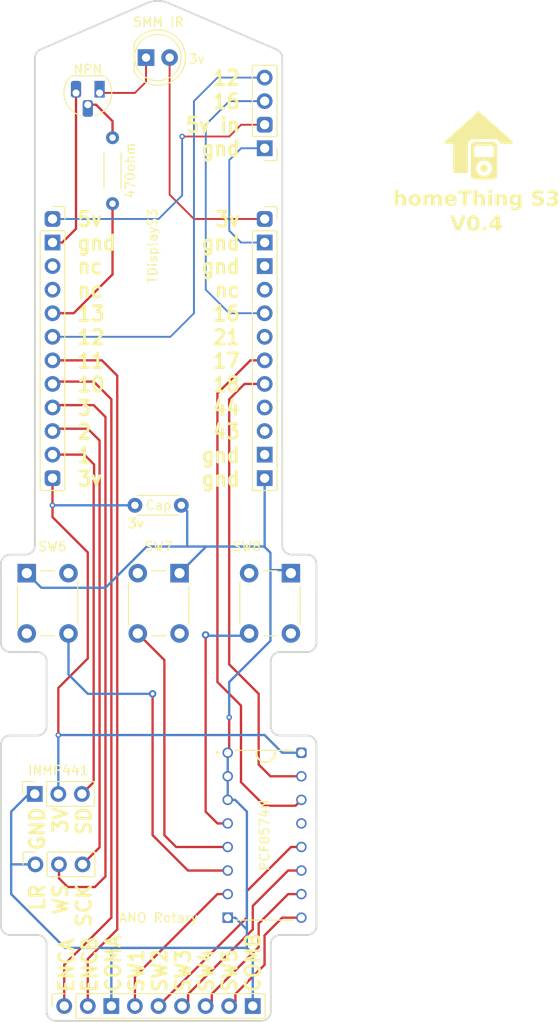
<source format=kicad_pcb>
(kicad_pcb (version 20221018) (generator pcbnew)
  (layers (0 "F.Cu" signal) (31 "B.Cu" signal) (34 "B.Paste" user) (35 "F.Paste" user) (36 "B.SilkS" user "B.Silkscreen") (37 "F.SilkS" user "F.Silkscreen") (38 "B.Mask" user) (39 "F.Mask" user) (44 "Edge.Cuts" user))
  (net 0 "")
  (net 1 "enca")
  (net 2 "ground")
  (net 3 "sw1")
  (net 4 "sw2")
  (net 5 "sw3")
  (net 6 "sw4")
  (net 7 "sw5")
  (net 8 "sw6")
  (net 9 "sw7")
  (net 10 "sw8")
  (net 11 "encb")
  (net 12 "3v")
  (net 13 "ground2")
  (net 14 "ws")
  (net 15 "sck")
  (net 16 "sd")
  (net 17 "irled")
  (net 18 "SDA")
  (net 19 "SCL")
  (net 20 "5v")
  (net 21 "3v2")
  (net 22 "ground3")
  (net 23 "16")
  (net 24 "12")
  (footprint "Resistor_THT:R_Axial_DIN0204_L3.6mm_D1.6mm_P5.08mm_Horizontal" (layer "F.Cu") (at 204.586244 63.375109 90)
    (fp_text reference "470ohm")
    (fp_text value "R_Axial_DIN0204_L3.6mm_D1.6mm_P5.08mm_Horizontal" hide)
  )
  (footprint "Connector_PinSocket_2.54mm:PinSocket_1x03_P2.54mm_Vertical" (layer "F.Cu") (at 196.271244 135.608109 90)
    (fp_text reference "INMP441 2" hide)
    (fp_text value "PinSocket_1x03_P2.54mm_Vertical" hide)
  )
  (footprint "Connector_PinSocket_2.54mm:PinSocket_1x09_P2.54mm_Vertical" (layer "F.Cu") (at 199.379244 150.878109 90)
    (fp_text reference "ANO Rotary")
    (fp_text value "PinSocket_1x09_P2.54mm_Vertical" hide)
  )
  (footprint "Button_Switch_THT:SW_PUSH_6mm_H9.5mm" (layer "F.Cu") (at 195.340264 110.718113 90)
    (fp_text reference "SW6")
    (fp_text value "SW_PUSH_6mm_H9.5mm" hide)
  )
  (footprint "Package_TO_SOT_THT:TO-92L_HandSolder" (layer "F.Cu") (at 203.189244 52.453109 180)
    (fp_text reference "NPN")
    (fp_text value "TO-92L_HandSolder" hide)
  )
  (footprint "PCF8574N:DIP794W45P254L1969H508Q16" (layer "F.Cu") (at 220.969244 132.463109)
    (fp_text reference "PCF8574N")
    (fp_text value "DIP794W45P254L1969H508Q16" hide)
  )
  (footprint "Button_Switch_THT:SW_PUSH_6mm_H9.5mm" (layer "F.Cu") (at 219.30868 110.719116 90)
    (fp_text reference "SW8")
    (fp_text value "SW_PUSH_6mm_H9.5mm" hide)
  )
  (footprint "Capacitor_THT:C_Disc_D4.3mm_W1.9mm_P5.00mm" (layer "F.Cu") (at 206.999244 96.903109)
    (fp_text reference "Cap")
    (fp_text value "C_Disc_D4.3mm_W1.9mm_P5.00mm" hide)
  )
  (footprint "LED_THT:LED_D5.0mm_Clear" (layer "F.Cu") (at 208.19731 48.643109)
    (fp_text reference "5MM IR")
    (fp_text value "LED_D5.0mm_Clear" hide)
  )
  (footprint "Button_Switch_THT:SW_PUSH_6mm_H9.5mm" (layer "F.Cu") (at 207.30868 110.718634 90)
    (fp_text reference "SW7")
    (fp_text value "SW_PUSH_6mm_H9.5mm" hide)
  )
  (footprint "Connector_PinSocket_2.54mm:PinSocket_1x12_P2.54mm_Vertical" (layer "F.Cu") (at 198.12 66.04)
    (fp_text reference "TDisplayS3")
    (fp_text value "PinSocket_1x12_P2.54mm_Vertical" hide)
  )
  (footprint "Connector_PinHeader_2.54mm:PinHeader_1x04_P2.54mm_Vertical" (layer "F.Cu") (at 220.98 58.42 180)
    (fp_text reference "REF**" hide)
    (fp_text value "PinHeader_1x04_P2.54mm_Vertical" hide)
  )
  (footprint "Connector_PinSocket_2.54mm:PinSocket_1x12_P2.54mm_Vertical" (layer "F.Cu") (at 220.98 66.040518)
    (fp_text reference "REF**" hide)
    (fp_text value "PinSocket_1x12_P2.54mm_Vertical" hide)
  )
  (footprint "Connector_PinSocket_2.54mm:PinSocket_1x03_P2.54mm_Vertical" (layer "F.Cu") (at 196.204244 128.018109 90)
    (fp_text reference "INMP441")
    (fp_text value "PinSocket_1x03_P2.54mm_Vertical" hide)
  )
  (gr_poly (pts (xy 244.053609 54.423226) (xy 244.059593 54.423621) (xy 244.065558 54.424284) (xy 244.071494 54.425216) (xy 244.077392 54.426416) (xy 244.083242 54.427885) (xy 244.089034 54.429621) (xy 244.094759 54.431626) (xy 244.100407 54.433899) (xy 244.105968 54.436441) (xy 244.111433 54.439251) (xy 244.116792 54.442329) (xy 244.122035 54.445676) (xy 244.127153 54.449291) (xy 244.132136 54.453175) (xy 244.136974 54.457326) (xy 247.740656 57.700389) (xy 247.740655 57.700398) (xy 247.748739 57.708259) (xy 247.755967 57.716483) (xy 247.762354 57.725031) (xy 247.767917 57.733862) (xy 247.772671 57.742936) (xy 247.77663 57.752213) (xy 247.779811 57.761653) (xy 247.782229 57.771215) (xy 247.783899 57.78086) (xy 247.784837 57.790546) (xy 247.785058 57.800234) (xy 247.784578 57.809884) (xy 247.783411 57.819456) (xy 247.781575 57.828908) (xy 247.779083 57.838201) (xy 247.775951 57.847295) (xy 247.772196 57.85615) (xy 247.767831 57.864725) (xy 247.762873 57.872979) (xy 247.757337 57.880874) (xy 247.751239 57.888368) (xy 247.744594 57.895422) (xy 247.737417 57.901994) (xy 247.729724 57.908046) (xy 247.72153 57.913536) (xy 247.712851 57.918425) (xy 247.703702 57.922672) (xy 247.694099 57.926237) (xy 247.684057 57.929079) (xy 247.673591 57.93116) (xy 247.662717 57.932437) (xy 247.65145 57.932872) (xy 246.640471 57.932872) (xy 246.640412 57.932623) (xy 246.640343 57.932337) (xy 246.640249 57.931965) (xy 246.423972 57.931965) (xy 246.419074 57.931875) (xy 246.41421 57.931607) (xy 246.409384 57.931164) (xy 246.404599 57.930548) (xy 246.399859 57.929763) (xy 246.395167 57.928809) (xy 246.390528 57.92769) (xy 246.385946 57.926409) (xy 246.381423 57.924968) (xy 246.376964 57.923369) (xy 246.372572 57.921616) (xy 246.368251 57.91971) (xy 246.364005 57.917654) (xy 246.359838 57.915451) (xy 246.355753 57.913103) (xy 246.351753 57.910614) (xy 246.347843 57.907984) (xy 246.344026 57.905218) (xy 246.340307 57.902317) (xy 246.336688 57.899284) (xy 246.333173 57.896122) (xy 246.329767 57.892833) (xy 246.326472 57.88942) (xy 246.323293 57.885885) (xy 246.320234 57.88223) (xy 246.317297 57.87846) (xy 246.314487 57.874575) (xy 246.311807 57.870578) (xy 246.309262 57.866473) (xy 246.306854 57.862261) (xy 246.304588 57.857946) (xy 246.302467 57.853529) (xy 246.286791 57.82083) (xy 246.268863 57.786671) (xy 246.248596 57.751544) (xy 246.225901 57.715942) (xy 246.200689 57.680358) (xy 246.172873 57.645283) (xy 246.142364 57.611211) (xy 246.109074 57.578635) (xy 246.072914 57.548046) (xy 246.05373 57.53365) (xy 246.033796 57.519937) (xy 246.0131 57.506967) (xy 245.991632 57.494801) (xy 245.96938 57.483502) (xy 245.946333 57.473131) (xy 245.92248 57.46375) (xy 245.897811 57.455419) (xy 245.872314 57.448201) (xy 245.845978 57.442158) (xy 245.818792 57.43735) (xy 245.790746 57.43384) (xy 245.761827 57.431688) (xy 245.732025 57.430958) (xy 243.555828 57.430958) (xy 243.512524 57.432019) (xy 243.47072 57.435163) (xy 243.430407 57.440332) (xy 243.391578 57.447468) (xy 243.354225 57.456512) (xy 243.318338 57.467406) (xy 243.28391 57.480091) (xy 243.250933 57.494509) (xy 243.219398 57.510602) (xy 243.189298 57.528311) (xy 243.160624 57.547578) (xy 243.133367 57.568344) (xy 243.10752 57.590551) (xy 243.083074 57.614142) (xy 243.060022 57.639056) (xy 243.038355 57.665237) (xy 243.018064 57.692625) (xy 242.999142 57.721163) (xy 242.98158 57.750791) (xy 242.965371 57.781452) (xy 242.950505 57.813087) (xy 242.936975 57.845637) (xy 242.91389 57.913252) (xy 242.896048 57.98383) (xy 242.883386 58.056902) (xy 242.875837 58.132004) (xy 242.873335 58.208666) (xy 242.889143 60.957324) (xy 242.889013 60.964186) (xy 242.888542 60.970961) (xy 242.887737 60.977639) (xy 242.886606 60.984212) (xy 242.885159 60.990673) (xy 242.883402 60.997011) (xy 242.881346 61.00322) (xy 242.878997 61.00929) (xy 242.876365 61.015213) (xy 242.873457 61.020981) (xy 242.870282 61.026585) (xy 242.866849 61.032016) (xy 242.863165 61.037267) (xy 242.859239 61.04233) (xy 242.855079 61.047194) (xy 242.850693 61.051853) (xy 242.846091 61.056297) (xy 242.841279 61.060519) (xy 242.836268 61.064509) (xy 242.831063 61.06826) (xy 242.825676 61.071762) (xy 242.820112 61.075008) (xy 242.814381 61.077989) (xy 242.808492 61.080697) (xy 242.802452 61.083123) (xy 242.796269 61.085259) (xy 242.789953 61.087096) (xy 242.783511 61.088626) (xy 242.776952 61.089841) (xy 242.770284 61.090732) (xy 242.763515 61.09129) (xy 242.756654 61.091507) (xy 242.306607 61.094406) (xy 242.306602 61.094025) (xy 242.306599 61.093606) (xy 242.306598 61.092729) (xy 241.433442 61.09335) (xy 241.426577 61.093181) (xy 241.419801 61.092671) (xy 241.413123 61.091827) (xy 241.406553 61.090658) (xy 241.400097 61.089172) (xy 241.393765 61.087379) (xy 241.387566 61.085285) (xy 241.381506 61.082899) (xy 241.375595 61.080231) (xy 241.369842 61.077287) (xy 241.364253 61.074078) (xy 241.358839 61.07061) (xy 241.353607 61.066893) (xy 241.348566 61.062934) (xy 241.343724 61.058743) (xy 241.339089 61.054327) (xy 241.33467 61.049696) (xy 241.330476 61.044856) (xy 241.326514 61.039818) (xy 241.322793 61.034588) (xy 241.319322 61.029176) (xy 241.316108 61.02359) (xy 241.313161 61.017838) (xy 241.310488 61.011929) (xy 241.308098 61.005871) (xy 241.306 60.999673) (xy 241.304202 60.993342) (xy 241.302711 60.986888) (xy 241.301538 60.980318) (xy 241.300689 60.973641) (xy 241.300173 60.966866) (xy 241.3 60.96) (xy 241.3 58.066212) (xy 241.299826 58.05935) (xy 241.299311 58.052578) (xy 241.298463 58.045904) (xy 241.297291 58.039338) (xy 241.295802 58.032886) (xy 241.294005 58.026558) (xy 241.291908 58.020362) (xy 241.289521 58.014306) (xy 241.28685 58.008399) (xy 241.283905 58.00265) (xy 241.280694 57.997065) (xy 241.277226 57.991655) (xy 241.273508 57.986427) (xy 241.269549 57.981389) (xy 241.265358 57.976551) (xy 241.260943 57.971919) (xy 241.256312 57.967504) (xy 241.251473 57.963313) (xy 241.246436 57.959354) (xy 241.241207 57.955636) (xy 241.235797 57.952168) (xy 241.230213 57.948957) (xy 241.224463 57.946012) (xy 241.218556 57.943342) (xy 241.2125 57.940954) (xy 241.206304 57.938858) (xy 241.199976 57.937061) (xy 241.193525 57.935572) (xy 241.186958 57.934399) (xy 241.180284 57.933551) (xy 241.173512 57.933036) (xy 241.16665 57.932863) (xy 240.460978 57.932863) (xy 240.449725 57.932429) (xy 240.438864 57.931154) (xy 240.428409 57.929077) (xy 240.418377 57.92624) (xy 240.408782 57.922682) (xy 240.39964 57.918443) (xy 240.390966 57.913564) (xy 240.382777 57.908084) (xy 240.375087 57.902043) (xy 240.367911 57.895482) (xy 240.361266 57.88844) (xy 240.355167 57.880959) (xy 240.349628 57.873077) (xy 240.344667 57.864835) (xy 240.340297 57.856272) (xy 240.336534 57.84743) (xy 240.333395 57.838349) (xy 240.330894 57.829067) (xy 240.329046 57.819626) (xy 240.327868 57.810065) (xy 240.327374 57.800425) (xy 240.32758 57.790745) (xy 240.328502 57.781066) (xy 240.330155 57.771428) (xy 240.332554 57.761871) (xy 240.335714 57.752435) (xy 240.339652 57.743159) (xy 240.344383 57.734085) (xy 240.349922 57.725252) (xy 240.356284 57.716701) (xy 240.363485 57.708471) (xy 240.371541 57.700602) (xy 243.958341 54.457539) (xy 243.963169 54.453376) (xy 243.968143 54.449481) (xy 243.973252 54.445853) (xy 243.978487 54.442494) (xy 243.983838 54.439403) (xy 243.989296 54.43658) (xy 243.994851 54.434025) (xy 244.000494 54.431739) (xy 244.006214 54.42972) (xy 244.012002 54.42797) (xy 244.017848 54.426487) (xy 244.023743 54.425273) (xy 244.029677 54.424327) (xy 244.03564 54.42365) (xy 244.041623 54.42324) (xy 244.047616 54.423099)) (fill solid) (layer "F.SilkS"))
  (gr_poly (pts (xy 244.631826 60.16753) (xy 244.641859 60.167918) (xy 244.651863 60.16856) (xy 244.661832 60.169455) (xy 244.671764 60.170599) (xy 244.681653 60.171991) (xy 244.691497 60.173626) (xy 244.70129 60.175503) (xy 244.711029 60.177619) (xy 244.72071 60.179971) (xy 244.730328 60.182556) (xy 244.73988 60.185371) (xy 244.749361 60.188415) (xy 244.758768 60.191684) (xy 244.768096 60.195175) (xy 244.777341 60.198886) (xy 244.786489 60.202814) (xy 244.795524 60.206957) (xy 244.804442 60.21131) (xy 244.81324 60.215873) (xy 244.821913 60.220642) (xy 244.830457 60.225615) (xy 244.838868 60.230788) (xy 244.847142 60.23616) (xy 244.855275 60.241726) (xy 244.863263 60.247485) (xy 244.871101 60.253435) (xy 244.878787 60.259571) (xy 244.886315 60.265892) (xy 244.893681 60.272395) (xy 244.900882 60.279076) (xy 244.907914 60.285934) (xy 244.914935 60.293129) (xy 244.921759 60.300472) (xy 244.928385 60.307963) (xy 244.934812 60.315597) (xy 244.941038 60.323372) (xy 244.947062 60.331285) (xy 244.952883 60.339334) (xy 244.958499 60.347516) (xy 244.963908 60.355828) (xy 244.96911 60.364268) (xy 244.974103 60.372833) (xy 244.978886 60.381519) (xy 244.983457 60.390325) (xy 244.987815 60.399248) (xy 244.991959 60.408284) (xy 244.995887 60.417432) (xy 244.999588 60.426677) (xy 245.00305 60.436005) (xy 245.006273 60.445412) (xy 245.009257 60.454893) (xy 245.012003 60.464445) (xy 245.014509 60.474064) (xy 245.016777 60.483744) (xy 245.018807 60.493483) (xy 245.020597 60.503277) (xy 245.022149 60.51312) (xy 245.023462 60.52301) (xy 245.024537 60.532941) (xy 245.025372 60.542911) (xy 245.025969 60.552915) (xy 245.026327 60.562948) (xy 245.026447 60.573007) (xy 245.026327 60.582903) (xy 245.025969 60.592794) (xy 245.025372 60.602674) (xy 245.024537 60.612538) (xy 245.023462 60.62238) (xy 245.022149 60.632194) (xy 245.020598 60.641977) (xy 245.018807 60.651721) (xy 245.016778 60.661422) (xy 245.01451 60.671074) (xy 245.012003 60.680671) (xy 245.009257 60.690209) (xy 245.006273 60.699682) (xy 245.00305 60.709085) (xy 244.999588 60.718411) (xy 244.995887 60.727656) (xy 244.991959 60.736804) (xy 244.987815 60.745841) (xy 244.983457 60.754763) (xy 244.978886 60.763569) (xy 244.974103 60.772256) (xy 244.96911 60.78082) (xy 244.963908 60.78926) (xy 244.958498 60.797572) (xy 244.952883 60.805754) (xy 244.947062 60.813804) (xy 244.941038 60.821717) (xy 244.934812 60.829492) (xy 244.928385 60.837126) (xy 244.921759 60.844616) (xy 244.914935 60.85196) (xy 244.907914 60.859154) (xy 244.900882 60.866012) (xy 244.893681 60.872694) (xy 244.886315 60.879197) (xy 244.878787 60.885518) (xy 244.871101 60.891654) (xy 244.863263 60.897603) (xy 244.855275 60.903362) (xy 244.847142 60.908929) (xy 244.838868 60.9143) (xy 244.830457 60.919474) (xy 244.821913 60.924446) (xy 244.81324 60.929215) (xy 244.804442 60.933778) (xy 244.795524 60.938132) (xy 244.786489 60.942275) (xy 244.777341 60.946203) (xy 244.768096 60.949913) (xy 244.758768 60.953405) (xy 244.749361 60.956673) (xy 244.73988 60.959717) (xy 244.730328 60.962533) (xy 244.72071 60.965118) (xy 244.711029 60.967469) (xy 244.70129 60.969585) (xy 244.691497 60.971462) (xy 244.681654 60.973097) (xy 244.671764 60.974489) (xy 244.661832 60.975633) (xy 244.651863 60.976528) (xy 244.641859 60.977171) (xy 244.631826 60.977558) (xy 244.621767 60.977688) (xy 244.61187 60.977558) (xy 244.60198 60.977171) (xy 244.5921 60.976528) (xy 244.582236 60.975633) (xy 244.572394 60.974489) (xy 244.56258 60.973097) (xy 244.552797 60.971462) (xy 244.543053 60.969585) (xy 244.533352 60.967469) (xy 244.5237 60.965118) (xy 244.514102 60.962533) (xy 244.504564 60.959717) (xy 244.495091 60.956673) (xy 244.485689 60.953405) (xy 244.476362 60.949913) (xy 244.467117 60.946203) (xy 244.45797 60.942275) (xy 244.448933 60.938132) (xy 244.44001 60.933778) (xy 244.431204 60.929215) (xy 244.422518 60.924446) (xy 244.413953 60.919474) (xy 244.405514 60.9143) (xy 244.397201 60.908929) (xy 244.389019 60.903362) (xy 244.38097 60.897603) (xy 244.373057 60.891654) (xy 244.365282 60.885518) (xy 244.357648 60.879197) (xy 244.350158 60.872694) (xy 244.342814 60.866012) (xy 244.33562 60.859154) (xy 244.328751 60.85196) (xy 244.32204 60.844616) (xy 244.315492 60.837126) (xy 244.309112 60.829492) (xy 244.302905 60.821717) (xy 244.296878 60.813803) (xy 244.291035 60.805754) (xy 244.285382 60.797572) (xy 244.279924 60.78926) (xy 244.274667 60.78082) (xy 244.269616 60.772256) (xy 244.264777 60.763569) (xy 244.260155 60.754763) (xy 244.255756 60.745841) (xy 244.251584 60.736804) (xy 244.247646 60.727656) (xy 244.243945 60.718411) (xy 244.240483 60.709085) (xy 244.23726 60.699682) (xy 244.234276 60.690209) (xy 244.23153 60.680671) (xy 244.229024 60.671074) (xy 244.226755 60.661422) (xy 244.224726 60.651721) (xy 244.222936 60.641977) (xy 244.221384 60.632194) (xy 244.220071 60.62238) (xy 244.218996 60.612538) (xy 244.218161 60.602674) (xy 244.217564 60.592794) (xy 244.217206 60.582903) (xy 244.217086 60.573007) (xy 244.217206 60.562948) (xy 244.217564 60.552915) (xy 244.218161 60.542911) (xy 244.218996 60.532941) (xy 244.220071 60.52301) (xy 244.221384 60.51312) (xy 244.222935 60.503277) (xy 244.224726 60.493483) (xy 244.226755 60.483744) (xy 244.229023 60.474064) (xy 244.23153 60.464445) (xy 244.234276 60.454893) (xy 244.23726 60.445412) (xy 244.240483 60.436005) (xy 244.243945 60.426677) (xy 244.247646 60.417432) (xy 244.251584 60.408284) (xy 244.255756 60.399248) (xy 244.260155 60.390325) (xy 244.264777 60.381519) (xy 244.269617 60.372833) (xy 244.274667 60.364268) (xy 244.279924 60.355828) (xy 244.285382 60.347516) (xy 244.291035 60.339334) (xy 244.296878 60.331285) (xy 244.302905 60.323371) (xy 244.309112 60.315596) (xy 244.315492 60.307962) (xy 244.32204 60.300472) (xy 244.328751 60.293129) (xy 244.33562 60.285934) (xy 244.342814 60.279076) (xy 244.350158 60.272395) (xy 244.357648 60.265892) (xy 244.365282 60.259571) (xy 244.373057 60.253435) (xy 244.38097 60.247485) (xy 244.389019 60.241726) (xy 244.397201 60.23616) (xy 244.405514 60.230788) (xy 244.413953 60.225615) (xy 244.422518 60.220642) (xy 244.431204 60.215873) (xy 244.44001 60.21131) (xy 244.448933 60.206957) (xy 244.45797 60.202814) (xy 244.467117 60.198886) (xy 244.476362 60.195175) (xy 244.485689 60.191684) (xy 244.495091 60.188415) (xy 244.504564 60.185371) (xy 244.514102 60.182556) (xy 244.5237 60.179971) (xy 244.533352 60.177619) (xy 244.543053 60.175503) (xy 244.552797 60.173626) (xy 244.56258 60.171991) (xy 244.572394 60.170599) (xy 244.582236 60.169455) (xy 244.5921 60.16856) (xy 244.60198 60.167918) (xy 244.61187 60.16753) (xy 244.621767 60.1674)) (fill solid) (layer "F.SilkS"))
  (gr_poly (pts (xy 245.643826 57.738513) (xy 245.653717 57.738871) (xy 245.663597 57.739468) (xy 245.67346 57.740304) (xy 245.683302 57.741378) (xy 245.693117 57.742691) (xy 245.702899 57.744243) (xy 245.712643 57.746034) (xy 245.722344 57.748063) (xy 245.731996 57.750331) (xy 245.741594 57.752838) (xy 245.751132 57.755583) (xy 245.760605 57.758568) (xy 245.770007 57.761791) (xy 245.779334 57.765253) (xy 245.788579 57.768953) (xy 245.797727 57.772882) (xy 245.806763 57.777025) (xy 245.815686 57.781384) (xy 245.824492 57.785955) (xy 245.833179 57.790738) (xy 245.841743 57.795731) (xy 245.850183 57.800933) (xy 245.858495 57.806342) (xy 245.866677 57.811958) (xy 245.874726 57.817779) (xy 245.88264 57.823803) (xy 245.890415 57.830029) (xy 245.898049 57.836456) (xy 245.905539 57.843082) (xy 245.912882 57.849906) (xy 245.920077 57.856927) (xy 245.927098 57.864121) (xy 245.933922 57.871465) (xy 245.940548 57.878955) (xy 245.946975 57.886589) (xy 245.953201 57.894364) (xy 245.959226 57.902278) (xy 245.965046 57.910327) (xy 245.970662 57.918509) (xy 245.976071 57.926821) (xy 245.981273 57.935261) (xy 245.986266 57.943825) (xy 245.991049 57.952512) (xy 245.99562 57.961318) (xy 245.999979 57.970241) (xy 246.004123 57.979277) (xy 246.008051 57.988425) (xy 246.011751 57.99767) (xy 246.015213 58.006996) (xy 246.018436 58.016399) (xy 246.02142 58.025872) (xy 246.024166 58.03541) (xy 246.026673 58.045008) (xy 246.028941 58.05466) (xy 246.03097 58.06436) (xy 246.032761 58.074105) (xy 246.034312 58.083887) (xy 246.035626 58.093702) (xy 246.0367 58.103544) (xy 246.037535 58.113407) (xy 246.038132 58.123287) (xy 246.03849 58.133178) (xy 246.03861 58.143074) (xy 246.03861 61.381442) (xy 246.03849 61.391501) (xy 246.038132 61.401534) (xy 246.037535 61.411538) (xy 246.0367 61.421508) (xy 246.035626 61.431439) (xy 246.034312 61.441329) (xy 246.032761 61.451172) (xy 246.03097 61.460966) (xy 246.028941 61.470705) (xy 246.026673 61.480385) (xy 246.024166 61.490004) (xy 246.02142 61.499555) (xy 246.018436 61.509037) (xy 246.015213 61.518443) (xy 246.011751 61.527771) (xy 246.008051 61.537017) (xy 246.004123 61.546164) (xy 245.999979 61.555199) (xy 245.99562 61.564118) (xy 245.991049 61.572915) (xy 245.986266 61.581588) (xy 245.981273 61.590132) (xy 245.976071 61.598543) (xy 245.970662 61.606817) (xy 245.965046 61.61495) (xy 245.959226 61.622938) (xy 245.953201 61.630776) (xy 245.946975 61.638461) (xy 245.940548 61.645989) (xy 245.933922 61.653356) (xy 245.927098 61.660557) (xy 245.920077 61.667588) (xy 245.912882 61.674609) (xy 245.905539 61.681434) (xy 245.898048 61.68806) (xy 245.890414 61.694487) (xy 245.882639 61.700713) (xy 245.874726 61.706737) (xy 245.866677 61.712558) (xy 245.858495 61.718173) (xy 245.850183 61.723583) (xy 245.841743 61.728785) (xy 245.833178 61.733778) (xy 245.824492 61.738561) (xy 245.815686 61.743132) (xy 245.806763 61.74749) (xy 245.797727 61.751634) (xy 245.788579 61.755563) (xy 245.779334 61.759263) (xy 245.770007 61.762725) (xy 245.760605 61.765948) (xy 245.751132 61.768932) (xy 245.741594 61.771678) (xy 245.731996 61.774185) (xy 245.722344 61.776453) (xy 245.712643 61.778482) (xy 245.702899 61.780273) (xy 245.693117 61.781824) (xy 245.683302 61.783138) (xy 245.67346 61.784212) (xy 245.663597 61.785048) (xy 245.653717 61.785644) (xy 245.643826 61.786003) (xy 245.63393 61.786122) (xy 243.609603 61.786122) (xy 243.599707 61.786003) (xy 243.589816 61.785644) (xy 243.579936 61.785048) (xy 243.570072 61.784212) (xy 243.56023 61.783138) (xy 243.550416 61.781824) (xy 243.540633 61.780273) (xy 243.530889 61.778482) (xy 243.521188 61.776453) (xy 243.511536 61.774185) (xy 243.501938 61.771678) (xy 243.4924 61.768932) (xy 243.482927 61.765948) (xy 243.473525 61.762725) (xy 243.464199 61.759263) (xy 243.454954 61.755563) (xy 243.445806 61.751634) (xy 243.436769 61.74749) (xy 243.427846 61.743132) (xy 243.41904 61.738561) (xy 243.410354 61.733778) (xy 243.401789 61.728785) (xy 243.393349 61.723583) (xy 243.385037 61.718173) (xy 243.376855 61.712558) (xy 243.368806 61.706737) (xy 243.360893 61.700713) (xy 243.353118 61.694487) (xy 243.345484 61.68806) (xy 243.337994 61.681434) (xy 243.33065 61.674609) (xy 243.323455 61.667588) (xy 243.316434 61.660557) (xy 243.30961 61.653356) (xy 243.302984 61.645989) (xy 243.296557 61.638461) (xy 243.290331 61.630776) (xy 243.284307 61.622938) (xy 243.278486 61.61495) (xy 243.27287 61.606817) (xy 243.267461 61.598543) (xy 243.262259 61.590132) (xy 243.257266 61.581588) (xy 243.252483 61.572915) (xy 243.247912 61.564118) (xy 243.243554 61.555199) (xy 243.23941 61.546164) (xy 243.235481 61.537017) (xy 243.231781 61.527771) (xy 243.228319 61.518443) (xy 243.225096 61.509037) (xy 243.222112 61.499555) (xy 243.219366 61.490004) (xy 243.21686 61.480385) (xy 243.214592 61.470705) (xy 243.212562 61.460966) (xy 243.210772 61.451172) (xy 243.20922 61.441329) (xy 243.207907 61.431439) (xy 243.206832 61.421508) (xy 243.205997 61.411538) (xy 243.2054 61.401534) (xy 243.205042 61.391501) (xy 243.204922 61.381442) (xy 243.204922 60.573007) (xy 243.812406 60.573007) (xy 243.812655 60.5928) (xy 243.813401 60.612581) (xy 243.81464 60.632341) (xy 243.816371 60.652068) (xy 243.818589 60.671752) (xy 243.821294 60.691382) (xy 243.824481 60.710946) (xy 243.828149 60.730434) (xy 243.832294 60.749836) (xy 243.836914 60.76914) (xy 243.842006 60.788336) (xy 243.847567 60.807412) (xy 243.853595 60.826358) (xy 243.860086 60.845162) (xy 243.867039 60.863815) (xy 243.874451 60.882305) (xy 243.882155 60.900611) (xy 243.890327 60.918712) (xy 243.898962 60.936599) (xy 243.908049 60.954262) (xy 243.917581 60.971691) (xy 243.92755 60.988878) (xy 243.937947 61.005812) (xy 243.948766 61.022485) (xy 243.959996 61.038886) (xy 243.971631 61.055007) (xy 243.983662 61.070837) (xy 243.99608 61.086367) (xy 244.008879 61.101588) (xy 244.022049 61.116491) (xy 244.035583 61.131065) (xy 244.049473 61.145301) (xy 244.063709 61.15918) (xy 244.078283 61.172687) (xy 244.093185 61.185815) (xy 244.108406 61.198563) (xy 244.123937 61.210926) (xy 244.139767 61.222899) (xy 244.155888 61.234479) (xy 244.172289 61.245661) (xy 244.188961 61.256442) (xy 244.205896 61.266817) (xy 244.223083 61.276783) (xy 244.240512 61.286335) (xy 244.258175 61.295469) (xy 244.276062 61.304181) (xy 244.294163 61.312467) (xy 244.312468 61.320323) (xy 244.330948 61.327735) (xy 244.349573 61.334688) (xy 244.368337 61.34118) (xy 244.387232 61.347208) (xy 244.406252 61.352769) (xy 244.425389 61.357861) (xy 244.444638 61.362481) (xy 244.463992 61.366626) (xy 244.483443 61.370293) (xy 244.502985 61.373481) (xy 244.522611 61.376185) (xy 244.542315 61.378404) (xy 244.562089 61.380134) (xy 244.581927 61.381374) (xy 244.601821 61.382119) (xy 244.621766 61.382368) (xy 244.641722 61.382119) (xy 244.661646 61.381374) (xy 244.681529 61.380134) (xy 244.701363 61.378404) (xy 244.721136 61.376185) (xy 244.740841 61.373481) (xy 244.760466 61.370293) (xy 244.780004 61.366626) (xy 244.799444 61.362481) (xy 244.818776 61.357861) (xy 244.837992 61.352769) (xy 244.857082 61.347208) (xy 244.876036 61.34118) (xy 244.894845 61.334688) (xy 244.9135 61.327735) (xy 244.93199 61.320323) (xy 244.950285 61.312467) (xy 244.968357 61.304181) (xy 244.986198 61.295469) (xy 245.003802 61.286335) (xy 245.021161 61.276783) (xy 245.03827 61.266817) (xy 245.05512 61.256442) (xy 245.071707 61.245661) (xy 245.088022 61.234479) (xy 245.104058 61.222899) (xy 245.11981 61.210926) (xy 245.135271 61.198563) (xy 245.150433 61.185815) (xy 245.165289 61.172686) (xy 245.179834 61.15918) (xy 245.19406 61.145301) (xy 245.208102 61.131065) (xy 245.221751 61.116491) (xy 245.235004 61.101588) (xy 245.247857 61.086367) (xy 245.26031 61.070837) (xy 245.272358 61.055006) (xy 245.283999 61.038886) (xy 245.29523 61.022485) (xy 245.306049 61.005812) (xy 245.316453 60.988878) (xy 245.326439 60.971691) (xy 245.336005 60.954261) (xy 245.345147 60.936599) (xy 245.353864 60.918712) (xy 245.362152 60.900611) (xy 245.370008 60.882305) (xy 245.37742 60.863815) (xy 245.384373 60.845162) (xy 245.390864 60.826357) (xy 245.396892 60.807411) (xy 245.402453 60.788335) (xy 245.407545 60.76914) (xy 245.412165 60.749836) (xy 245.41631 60.730434) (xy 245.419978 60.710946) (xy 245.423165 60.691381) (xy 245.425869 60.671752) (xy 245.428088 60.652068) (xy 245.429819 60.632341) (xy 245.431058 60.612581) (xy 245.431804 60.5928) (xy 245.432053 60.573007) (xy 245.431804 60.553052) (xy 245.431058 60.533128) (xy 245.429819 60.513244) (xy 245.428088 60.493411) (xy 245.425869 60.473638) (xy 245.423165 60.453933) (xy 245.419978 60.434307) (xy 245.41631 60.41477) (xy 245.412165 60.39533) (xy 245.407545 60.375997) (xy 245.402453 60.356781) (xy 245.396892 60.337691) (xy 245.390864 60.318737) (xy 245.384373 60.299928) (xy 245.37742 60.281274) (xy 245.370008 60.262783) (xy 245.362152 60.244488) (xy 245.353864 60.226414) (xy 245.345147 60.208569) (xy 245.336005 60.190957) (xy 245.326439 60.173584) (xy 245.316453 60.156455) (xy 245.306049 60.139575) (xy 245.29523 60.122951) (xy 245.283999 60.106587) (xy 245.272358 60.090489) (xy 245.26031 60.074662) (xy 245.247857 60.059112) (xy 245.235004 60.043844) (xy 245.221751 60.028864) (xy 245.208102 60.014176) (xy 245.19406 59.999787) (xy 245.179834 59.985908) (xy 245.165289 59.972402) (xy 245.150433 59.959273) (xy 245.135271 59.946525) (xy 245.119811 59.934163) (xy 245.104059 59.922189) (xy 245.088022 59.91061) (xy 245.071707 59.899427) (xy 245.055121 59.888646) (xy 245.03827 59.878271) (xy 245.021161 59.868306) (xy 245.003802 59.858754) (xy 244.986198 59.84962) (xy 244.968357 59.840907) (xy 244.950286 59.832621) (xy 244.93199 59.824765) (xy 244.9135 59.817353) (xy 244.894845 59.8104) (xy 244.876036 59.803909) (xy 244.857082 59.797881) (xy 244.837992 59.792319) (xy 244.818776 59.787228) (xy 244.799443 59.782608) (xy 244.780004 59.778463) (xy 244.760466 59.774795) (xy 244.74084 59.771608) (xy 244.721136 59.768904) (xy 244.701363 59.766685) (xy 244.681529 59.764954) (xy 244.661646 59.763715) (xy 244.641722 59.762969) (xy 244.621766 59.76272) (xy 244.601821 59.762969) (xy 244.581927 59.763715) (xy 244.562089 59.764954) (xy 244.542315 59.766685) (xy 244.522611 59.768904) (xy 244.502985 59.771608) (xy 244.483443 59.774795) (xy 244.463992 59.778463) (xy 244.444638 59.782608) (xy 244.425389 59.787228) (xy 244.406252 59.792319) (xy 244.387232 59.797881) (xy 244.368337 59.803909) (xy 244.349573 59.8104) (xy 244.330948 59.817353) (xy 244.312468 59.824765) (xy 244.294163 59.832621) (xy 244.276062 59.840907) (xy 244.258175 59.84962) (xy 244.240512 59.858754) (xy 244.223083 59.868306) (xy 244.205896 59.878271) (xy 244.188961 59.888647) (xy 244.172289 59.899427) (xy 244.155888 59.91061) (xy 244.139767 59.92219) (xy 244.123937 59.934163) (xy 244.108406 59.946525) (xy 244.093185 59.959273) (xy 244.078283 59.972402) (xy 244.063709 59.985908) (xy 244.049473 59.999787) (xy 244.035583 60.014176) (xy 244.022049 60.028864) (xy 244.008879 60.043844) (xy 243.99608 60.059112) (xy 243.983662 60.074662) (xy 243.971631 60.090489) (xy 243.959996 60.106587) (xy 243.948766 60.122951) (xy 243.937947 60.139576) (xy 243.92755 60.156455) (xy 243.917581 60.173584) (xy 243.908049 60.190957) (xy 243.898962 60.208569) (xy 243.890327 60.226415) (xy 243.882155 60.244488) (xy 243.874451 60.262783) (xy 243.867039 60.281274) (xy 243.860086 60.299928) (xy 243.853595 60.318737) (xy 243.847567 60.337691) (xy 243.842005 60.356781) (xy 243.836914 60.375997) (xy 243.832294 60.39533) (xy 243.828149 60.41477) (xy 243.824481 60.434307) (xy 243.821294 60.453933) (xy 243.818589 60.473637) (xy 243.816371 60.493411) (xy 243.81464 60.513244) (xy 243.813401 60.533128) (xy 243.812655 60.553052) (xy 243.812406 60.573007) (xy 243.204922 60.573007) (xy 243.204922 59.22469) (xy 243.609603 59.22469) (xy 243.609776 59.231553) (xy 243.610291 59.238325) (xy 243.611139 59.244998) (xy 243.612312 59.251565) (xy 243.613801 59.258017) (xy 243.615598 59.264345) (xy 243.617694 59.270541) (xy 243.620082 59.276596) (xy 243.622752 59.282503) (xy 243.625697 59.288253) (xy 243.628908 59.293837) (xy 243.632377 59.299248) (xy 243.636094 59.304476) (xy 243.640053 59.309514) (xy 243.644244 59.314352) (xy 243.64866 59.318983) (xy 243.653291 59.323399) (xy 243.658129 59.32759) (xy 243.663167 59.331549) (xy 243.668395 59.335266) (xy 243.673805 59.338735) (xy 243.67939 59.341946) (xy 243.685139 59.344891) (xy 243.691046 59.347561) (xy 243.697102 59.349949) (xy 243.703298 59.352045) (xy 243.709626 59.353842) (xy 243.716078 59.355331) (xy 243.722645 59.356504) (xy 243.729318 59.357352) (xy 243.73609 59.357867) (xy 243.742953 59.35804) (xy 245.500579 59.35804) (xy 245.507442 59.357867) (xy 245.514214 59.357352) (xy 245.520887 59.356504) (xy 245.527454 59.355331) (xy 245.533906 59.353842) (xy 245.540234 59.352045) (xy 245.54643 59.349949) (xy 245.552486 59.347561) (xy 245.558393 59.344891) (xy 245.564142 59.341946) (xy 245.569727 59.338735) (xy 245.575137 59.335266) (xy 245.580365 59.331549) (xy 245.585403 59.32759) (xy 245.590241 59.323399) (xy 245.594873 59.318983) (xy 245.599288 59.314352) (xy 245.603479 59.309514) (xy 245.607438 59.304476) (xy 245.611156 59.299248) (xy 245.614624 59.293837) (xy 245.617835 59.288253) (xy 245.62078 59.282503) (xy 245.62345 59.276596) (xy 245.625838 59.270541) (xy 245.627935 59.264345) (xy 245.629732 59.258017) (xy 245.631221 59.251565) (xy 245.632393 59.244998) (xy 245.633241 59.238325) (xy 245.633756 59.231553) (xy 245.63393 59.22469) (xy 245.63393 58.276424) (xy 245.633756 58.269561) (xy 245.633241 58.262789) (xy 245.632393 58.256116) (xy 245.631221 58.249549) (xy 245.629732 58.243097) (xy 245.627935 58.236769) (xy 245.625838 58.230573) (xy 245.62345 58.224517) (xy 245.62078 58.218611) (xy 245.617835 58.212861) (xy 245.614624 58.207276) (xy 245.611156 58.201866) (xy 245.607438 58.196638) (xy 245.603479 58.1916) (xy 245.599288 58.186762) (xy 245.594873 58.182131) (xy 245.590241 58.177715) (xy 245.585403 58.173524) (xy 245.580365 58.169565) (xy 245.575137 58.165848) (xy 245.569727 58.162379) (xy 245.564142 58.159168) (xy 245.558393 58.156223) (xy 245.552486 58.153553) (xy 245.54643 58.151165) (xy 245.540234 58.149069) (xy 245.533906 58.147272) (xy 245.527454 58.145783) (xy 245.520887 58.14461) (xy 245.514214 58.143762) (xy 245.507442 58.143247) (xy 245.500579 58.143074) (xy 243.742953 58.143074) (xy 243.73609 58.143247) (xy 243.729318 58.143762) (xy 243.722645 58.14461) (xy 243.716078 58.145783) (xy 243.709626 58.147272) (xy 243.703298 58.149069) (xy 243.697102 58.151165) (xy 243.691046 58.153553) (xy 243.685139 58.156223) (xy 243.67939 58.159168) (xy 243.673805 58.162379) (xy 243.668395 58.165848) (xy 243.663167 58.169565) (xy 243.658129 58.173524) (xy 243.653291 58.177715) (xy 243.64866 58.182131) (xy 243.644244 58.186762) (xy 243.640053 58.1916) (xy 243.636094 58.196638) (xy 243.632377 58.201866) (xy 243.628908 58.207276) (xy 243.625697 58.212861) (xy 243.622752 58.218611) (xy 243.620082 58.224517) (xy 243.617694 58.230573) (xy 243.615598 58.236769) (xy 243.613801 58.243097) (xy 243.612312 58.249549) (xy 243.611139 58.256116) (xy 243.610291 58.262789) (xy 243.609776 58.269561) (xy 243.609603 58.276424) (xy 243.609603 59.22469) (xy 243.204922 59.22469) (xy 243.204922 58.143074) (xy 243.205042 58.133178) (xy 243.2054 58.123287) (xy 243.205997 58.113407) (xy 243.206832 58.103544) (xy 243.207907 58.093702) (xy 243.20922 58.083887) (xy 243.210772 58.074105) (xy 243.212562 58.064361) (xy 243.214591 58.05466) (xy 243.216859 58.045008) (xy 243.219366 58.03541) (xy 243.222112 58.025872) (xy 243.225096 58.016399) (xy 243.228319 58.006997) (xy 243.231781 57.99767) (xy 243.235481 57.988425) (xy 243.23941 57.979277) (xy 243.243554 57.970241) (xy 243.247912 57.961318) (xy 243.252483 57.952512) (xy 243.257266 57.943825) (xy 243.262259 57.935261) (xy 243.267461 57.926821) (xy 243.272871 57.918509) (xy 243.278486 57.910327) (xy 243.284307 57.902278) (xy 243.290331 57.894365) (xy 243.296557 57.88659) (xy 243.302984 57.878956) (xy 243.30961 57.871465) (xy 243.316434 57.864122) (xy 243.323455 57.856927) (xy 243.33065 57.849906) (xy 243.337994 57.843082) (xy 243.345484 57.836456) (xy 243.353118 57.830029) (xy 243.360893 57.823802) (xy 243.368806 57.817778) (xy 243.376855 57.811958) (xy 243.385037 57.806342) (xy 243.393349 57.800933) (xy 243.401789 57.795731) (xy 243.410354 57.790738) (xy 243.41904 57.785955) (xy 243.427846 57.781384) (xy 243.436769 57.777025) (xy 243.445806 57.772882) (xy 243.454954 57.768953) (xy 243.464199 57.765253) (xy 243.473525 57.761791) (xy 243.482927 57.758568) (xy 243.4924 57.755584) (xy 243.501938 57.752838) (xy 243.511536 57.750331) (xy 243.521188 57.748063) (xy 243.530889 57.746034) (xy 243.540633 57.744243) (xy 243.550416 57.742691) (xy 243.56023 57.741378) (xy 243.570072 57.740304) (xy 243.579936 57.739468) (xy 243.589816 57.738872) (xy 243.599707 57.738513) (xy 243.609603 57.738394) (xy 245.63393 57.738394)) (fill solid) (layer "F.SilkS"))
  (gr_arc (start 222.112244 123.573109) (mid 221.096244 124.589109) (end 220.080244 123.573109) (stroke (width 0.2)) (layer "F.SilkS"))
  (gr_arc (start 198.477986 152.478117) (mid 197.7709 152.18519) (end 197.478026 151.478077) (stroke (width 0.2)) (layer "Edge.Cuts"))
  (gr_line (start 220.637418 152.479007) (end 198.477986 152.478117) (stroke (width 0.2)) (layer "Edge.Cuts"))
  (gr_arc (start 196.219978 48.691327) (mid 196.383485 48.143371) (end 196.820531 47.774595) (stroke (width 0.2)) (layer "Edge.Cuts"))
  (gr_line (start 222.880028 64.890583) (end 222.879275 95.880564) (stroke (width 0.2)) (layer "Edge.Cuts"))
  (gr_line (start 222.879275 95.880564) (end 222.879061 101.218907) (stroke (width 0.2)) (layer "Edge.Cuts"))
  (gr_arc (start 223.879021 102.218948) (mid 223.171936 101.926028) (end 222.879061 101.218907) (stroke (width 0.2)) (layer "Edge.Cuts"))
  (gr_line (start 197.479452 115.958015) (end 197.479313 113.717912) (stroke (width 0.2)) (layer "Edge.Cuts"))
  (gr_line (start 223.879021 102.218948) (end 225.559249 102.219015) (stroke (width 0.2)) (layer "Edge.Cuts"))
  (gr_line (start 226.559208 103.219055) (end 226.558864 111.71908) (stroke (width 0.2)) (layer "Edge.Cuts"))
  (gr_line (start 196.820531 47.774595) (end 208.26897 42.786312) (stroke (width 0.2)) (layer "Edge.Cuts"))
  (gr_arc (start 226.558864 111.71908) (mid 226.265932 112.426162) (end 225.558823 112.719039) (stroke (width 0.2)) (layer "Edge.Cuts"))
  (gr_arc (start 208.26897 42.786312) (mid 209.459911 42.536563) (end 210.652065 42.780432) (stroke (width 0.2)) (layer "Edge.Cuts"))
  (gr_arc (start 221.638974 113.718882) (mid 221.931893 113.011789) (end 222.639014 112.718922) (stroke (width 0.2)) (layer "Edge.Cuts"))
  (gr_arc (start 196.47925 112.717974) (mid 197.186373 113.010816) (end 197.479313 113.717912) (stroke (width 0.2)) (layer "Edge.Cuts"))
  (gr_line (start 197.479261 120.718236) (end 197.479452 115.958015) (stroke (width 0.2)) (layer "Edge.Cuts"))
  (gr_line (start 192.559379 111.718218) (end 192.55885 103.218193) (stroke (width 0.2)) (layer "Edge.Cuts"))
  (gr_arc (start 222.275339 47.7768) (mid 222.715575 48.145486) (end 222.880421 48.695541) (stroke (width 0.2)) (layer "Edge.Cuts"))
  (gr_line (start 196.478357 143.218196) (end 193.558548 143.218079) (stroke (width 0.2)) (layer "Edge.Cuts"))
  (gr_line (start 210.652065 42.780432) (end 222.275339 47.7768) (stroke (width 0.2)) (layer "Edge.Cuts"))
  (gr_arc (start 196.478357 143.218196) (mid 197.185439 143.511113) (end 197.478317 144.218236) (stroke (width 0.2)) (layer "Edge.Cuts"))
  (gr_line (start 193.558788 102.218131) (end 195.219226 102.218028) (stroke (width 0.2)) (layer "Edge.Cuts"))
  (gr_arc (start 196.219164 101.217966) (mid 195.926309 101.925086) (end 195.219226 102.218028) (stroke (width 0.2)) (layer "Edge.Cuts"))
  (gr_line (start 222.880421 48.695541) (end 222.880028 64.890583) (stroke (width 0.2)) (layer "Edge.Cuts"))
  (gr_arc (start 221.637749 144.219206) (mid 221.930664 143.512124) (end 222.637789 143.219246) (stroke (width 0.2)) (layer "Edge.Cuts"))
  (gr_line (start 196.219164 101.217966) (end 196.218832 95.879917) (stroke (width 0.2)) (layer "Edge.Cuts"))
  (gr_line (start 192.558588 142.218039) (end 192.559371 122.718039) (stroke (width 0.2)) (layer "Edge.Cuts"))
  (gr_arc (start 192.55885 103.218193) (mid 192.851692 102.511056) (end 193.558788 102.218131) (stroke (width 0.2)) (layer "Edge.Cuts"))
  (gr_arc (start 193.558548 143.218079) (mid 192.851435 142.925171) (end 192.558588 142.218039) (stroke (width 0.2)) (layer "Edge.Cuts"))
  (gr_arc (start 192.559371 122.718039) (mid 192.852299 122.010938) (end 193.559411 121.718079) (stroke (width 0.2)) (layer "Edge.Cuts"))
  (gr_arc (start 225.559249 102.219015) (mid 226.266329 102.511931) (end 226.559208 103.219055) (stroke (width 0.2)) (layer "Edge.Cuts"))
  (gr_line (start 196.218832 95.879917) (end 196.219978 48.691327) (stroke (width 0.2)) (layer "Edge.Cuts"))
  (gr_arc (start 225.558462 121.719363) (mid 226.265552 122.01228) (end 226.558422 122.719403) (stroke (width 0.2)) (layer "Edge.Cuts"))
  (gr_line (start 221.637749 144.219206) (end 221.637458 151.479047) (stroke (width 0.2)) (layer "Edge.Cuts"))
  (gr_arc (start 193.559441 112.718156) (mid 192.852248 112.425351) (end 192.559379 111.718218) (stroke (width 0.2)) (layer "Edge.Cuts"))
  (gr_arc (start 221.637458 151.479047) (mid 221.344538 152.186148) (end 220.637418 152.479007) (stroke (width 0.2)) (layer "Edge.Cuts"))
  (gr_line (start 222.638652 121.719246) (end 225.558462 121.719363) (stroke (width 0.2)) (layer "Edge.Cuts"))
  (gr_arc (start 226.557639 142.219403) (mid 226.264727 142.926491) (end 225.557599 143.219363) (stroke (width 0.2)) (layer "Edge.Cuts"))
  (gr_arc (start 197.479261 120.718236) (mid 197.186339 121.42531) (end 196.479221 121.718196) (stroke (width 0.2)) (layer "Edge.Cuts"))
  (gr_line (start 196.47925 112.717974) (end 193.559441 112.718156) (stroke (width 0.2)) (layer "Edge.Cuts"))
  (gr_line (start 197.478026 151.478077) (end 197.478317 144.218236) (stroke (width 0.2)) (layer "Edge.Cuts"))
  (gr_line (start 221.638974 113.718882) (end 221.638693 120.719206) (stroke (width 0.2)) (layer "Edge.Cuts"))
  (gr_line (start 193.559411 121.718079) (end 196.479221 121.718196) (stroke (width 0.2)) (layer "Edge.Cuts"))
  (gr_line (start 226.558422 122.719403) (end 226.557639 142.219403) (stroke (width 0.2)) (layer "Edge.Cuts"))
  (gr_line (start 225.558823 112.719039) (end 222.639014 112.718922) (stroke (width 0.2)) (layer "Edge.Cuts"))
  (gr_line (start 225.557599 143.219363) (end 222.637789 143.219246) (stroke (width 0.2)) (layer "Edge.Cuts"))
  (gr_arc (start 222.638652 121.719246) (mid 221.931484 121.426373) (end 221.638693 120.719206) (stroke (width 0.2)) (layer "Edge.Cuts"))
  (gr_text "12\n16\n5v in\ngnd" (at 218.476247 49.912591) (layer "F.SilkS") (effects (font (size 1.58 1.5) (thickness 0.3) bold) (justify right top)))
  (gr_text "ENCA\nENCB\nCOMA\nSW1\nSW2\nSW3\nSW4\nSW5\nCOMB" (at 198.714244 149.548109 90) (layer "F.SilkS") (effects (font (size 1.56 1.5) (thickness 0.3) bold) (justify left top)))
  (gr_text "3v\ngnd\ngnd\nnc\n16\n21\n17\n18\n44\n43\ngnd\ngnd" (at 218.476247 65.153109) (layer "F.SilkS") (effects (font (size 1.58 1.5) (thickness 0.3) bold) (justify right top)))
  (gr_text "3v" (at 212.714244 49.405109) (layer "F.SilkS") (effects (font (size 1 1)) (justify left bottom)))
  (gr_text "3v" (at 206.110244 99.443109) (layer "F.SilkS") (effects (font (size 1 1) (thickness 0.2) bold) (justify left bottom)))
  (gr_text "GND\n3V\nSD" (at 195.569244 129.288109 90) (layer "F.SilkS") (effects (font (size 1.56 1.5) (thickness 0.3) bold) (justify right top)))
  (gr_text "5v\ngnd\nnc\nnc\n13\n12\n11\n10\n3\n2\n1\n3v" (at 200.649244 65.153109) (layer "F.SilkS") (effects (font (size 1.58 1.5) (thickness 0.3) bold) (justify left top)))
  (gr_text "homeThing S3\nV0.4" (at 243.803235 63.008738) (layer "F.SilkS") (effects (font (size 1.6 1.6) (thickness 0.3) bold) (justify top)))
  (gr_text "LR\nWS\nSCK" (at 195.569244 137.543109 90) (layer "F.SilkS") (effects (font (size 1.56 1.56) (thickness 0.3) bold) (justify right top)))
  (segment (start 199.379244 150.878109) (end 199.379244 146.433109) (width 0.25) (layer "F.Cu") (net 1))
  (segment (start 204.459244 141.353109) (end 204.459244 85.473109) (width 0.25) (layer "F.Cu") (net 1))
  (segment (start 202.554244 83.568109) (end 198.371891 83.568109) (width 0.25) (layer "F.Cu") (net 1))
  (segment (start 198.371891 83.568109) (end 198.12 83.82) (width 0.25) (layer "F.Cu") (net 1))
  (segment (start 204.459244 85.473109) (end 202.554244 83.568109) (width 0.25) (layer "F.Cu") (net 1))
  (segment (start 199.379244 146.433109) (end 204.459244 141.353109) (width 0.25) (layer "F.Cu") (net 1))
  (segment (start 217.159244 123.413109) (end 216.999244 123.573109) (width 0.25) (layer "F.Cu") (net 2))
  (segment (start 217.159244 119.763109) (end 217.159244 123.413109) (width 0.25) (layer "F.Cu") (net 2))
  (via (at 217.159244 119.763109) (size 0.6) (drill 0.3) (layers "F.Cu" "B.Cu") (net 2))
  (segment (start 218.984244 144.608109) (end 211.444244 144.608109) (width 0.25) (layer "B.Cu") (net 2))
  (segment (start 204.459244 144.608109) (end 204.459244 150.189827) (width 0.25) (layer "B.Cu") (net 2))
  (segment (start 217.159244 115.953109) (end 217.159244 119.763109) (width 0.25) (layer "B.Cu") (net 2))
  (segment (start 219.064244 144.608109) (end 219.699244 145.243109) (width 0.25) (layer "B.Cu") (net 2))
  (segment (start 219.699244 150.156827) (end 220.371334 150.828917) (width 0.25) (layer "B.Cu") (net 2))
  (segment (start 208.269244 101.348109) (end 203.824244 105.793109) (width 0.25) (layer "B.Cu") (net 2))
  (segment (start 220.937672 101.348109) (end 214.679205 101.348109) (width 0.25) (layer "B.Cu") (net 2))
  (segment (start 193.664244 135.638109) (end 193.664244 129.923109) (width 0.25) (layer "B.Cu") (net 2))
  (segment (start 221.604244 102.014681) (end 221.604244 103.888109) (width 0.25) (layer "B.Cu") (net 2))
  (segment (start 214.679205 101.348109) (end 211.80868 104.218634) (width 0.25) (layer "B.Cu") (net 2))
  (segment (start 222.874244 103.888109) (end 221.604244 103.888109) (width 0.25) (layer "B.Cu") (net 2))
  (segment (start 217.794244 128.653109) (end 216.999244 128.653109) (width 0.25) (layer "B.Cu") (net 2))
  (segment (start 204.459244 150.189827) (end 205.098334 150.828917) (width 0.25) (layer "B.Cu") (net 2))
  (segment (start 196.91526 105.793109) (end 195.340264 104.218113) (width 0.25) (layer "B.Cu") (net 2))
  (segment (start 223.80868 104.219116) (end 223.205251 104.219116) (width 0.25) (layer "B.Cu") (net 2))
  (segment (start 219.699244 145.243109) (end 219.699244 150.156827) (width 0.25) (layer "B.Cu") (net 2))
  (segment (start 193.664244 129.923109) (end 195.569244 128.018109) (width 0.25) (layer "B.Cu") (net 2))
  (segment (start 218.984244 144.608109) (end 219.064244 144.528109) (width 0.25) (layer "B.Cu") (net 2))
  (segment (start 193.664244 138.813109) (end 193.664244 135.638109) (width 0.25) (layer "B.Cu") (net 2))
  (segment (start 212.634244 97.538109) (end 212.634244 101.268109) (width 0.25) (layer "B.Cu") (net 2))
  (segment (start 221.604244 103.888109) (end 221.604244 111.508109) (width 0.25) (layer "B.Cu") (net 2))
  (segment (start 203.824244 105.793109) (end 196.91526 105.793109) (width 0.25) (layer "B.Cu") (net 2))
  (segment (start 196.271244 135.608109) (end 193.694244 135.608109) (width 0.25) (layer "B.Cu") (net 2))
  (segment (start 212.634244 101.268109) (end 212.714244 101.348109) (width 0.25) (layer "B.Cu") (net 2))
  (segment (start 199.459244 144.608109) (end 193.664244 138.813109) (width 0.25) (layer "B.Cu") (net 2))
  (segment (start 221.604244 111.508109) (end 217.159244 115.953109) (width 0.25) (layer "B.Cu") (net 2))
  (segment (start 211.444244 144.608109) (end 204.459244 144.608109) (width 0.25) (layer "B.Cu") (net 2))
  (segment (start 212.714244 101.348109) (end 208.269244 101.348109) (width 0.25) (layer "B.Cu") (net 2))
  (segment (start 193.694244 135.608109) (end 193.664244 135.638109) (width 0.25) (layer "B.Cu") (net 2))
  (segment (start 220.98 101.337353) (end 220.953458 101.363895) (width 0.25) (layer "B.Cu") (net 2))
  (segment (start 214.679205 101.348109) (end 212.714244 101.348109) (width 0.25) (layer "B.Cu") (net 2))
  (segment (start 220.98 93.980518) (end 220.98 101.337353) (width 0.25) (layer "B.Cu") (net 2))
  (segment (start 211.999244 96.903109) (end 212.634244 97.538109) (width 0.25) (layer "B.Cu") (net 2))
  (segment (start 219.064244 142.623109) (end 219.064244 129.923109) (width 0.25) (layer "B.Cu") (net 2))
  (segment (start 216.999244 128.653109) (end 216.999244 123.573109) (width 0.25) (layer "B.Cu") (net 2))
  (segment (start 219.064244 144.528109) (end 219.064244 142.623109) (width 0.25) (layer "B.Cu") (net 2))
  (segment (start 217.794244 141.353109) (end 216.999244 141.353109) (width 0.25) (layer "B.Cu") (net 2))
  (segment (start 223.205251 104.219116) (end 222.874244 103.888109) (width 0.25) (layer "B.Cu") (net 2))
  (segment (start 211.444244 144.608109) (end 199.459244 144.608109) (width 0.25) (layer "B.Cu") (net 2))
  (segment (start 195.569244 128.018109) (end 196.204244 128.018109) (width 0.25) (layer "B.Cu") (net 2))
  (segment (start 220.937672 101.348109) (end 221.604244 102.014681) (width 0.25) (layer "B.Cu") (net 2))
  (segment (start 220.937672 101.348109) (end 220.953458 101.363895) (width 0.25) (layer "B.Cu") (net 2))
  (segment (start 219.064244 129.923109) (end 217.794244 128.653109) (width 0.25) (layer "B.Cu") (net 2))
  (segment (start 219.064244 142.623109) (end 217.794244 141.353109) (width 0.25) (layer "B.Cu") (net 2))
  (segment (start 216.999244 138.813109) (end 215.889244 138.813109) (width 0.25) (layer "F.Cu") (net 3))
  (segment (start 206.999244 147.703109) (end 206.999244 150.184327) (width 0.25) (layer "F.Cu") (net 3))
  (segment (start 206.999244 150.184327) (end 207.643834 150.828917) (width 0.25) (layer "F.Cu") (net 3))
  (segment (start 215.889244 138.813109) (end 206.999244 147.703109) (width 0.25) (layer "F.Cu") (net 3))
  (segment (start 219.064244 141.353109) (end 209.539244 150.878109) (width 0.25) (layer "F.Cu") (net 4))
  (segment (start 224.939244 133.733109) (end 223.826744 133.733109) (width 0.25) (layer "F.Cu") (net 4))
  (segment (start 223.826744 133.733109) (end 219.064244 138.495609) (width 0.25) (layer "F.Cu") (net 4))
  (segment (start 219.064244 138.495609) (end 219.064244 141.353109) (width 0.25) (layer "F.Cu") (net 4))
  (segment (start 223.509244 136.273109) (end 219.699244 140.083109) (width 0.25) (layer "F.Cu") (net 5))
  (segment (start 219.699244 142.623109) (end 212.731196 149.591157) (width 0.25) (layer "F.Cu") (net 5))
  (segment (start 212.731196 149.591157) (end 212.731196 150.825011) (width 0.25) (layer "F.Cu") (net 5))
  (segment (start 219.699244 140.083109) (end 219.699244 142.623109) (width 0.25) (layer "F.Cu") (net 5))
  (segment (start 224.939244 136.273109) (end 223.509244 136.273109) (width 0.25) (layer "F.Cu") (net 5))
  (segment (start 215.280334 149.582019) (end 215.280334 150.828917) (width 0.25) (layer "F.Cu") (net 6))
  (segment (start 224.939244 138.813109) (end 223.509244 138.813109) (width 0.25) (layer "F.Cu") (net 6))
  (segment (start 223.509244 138.813109) (end 220.334244 141.988109) (width 0.25) (layer "F.Cu") (net 6))
  (segment (start 220.334244 144.528109) (end 215.280334 149.582019) (width 0.25) (layer "F.Cu") (net 6))
  (segment (start 220.334244 141.988109) (end 220.334244 144.528109) (width 0.25) (layer "F.Cu") (net 6))
  (segment (start 220.969244 146.433109) (end 220.969244 143.258109) (width 0.25) (layer "F.Cu") (net 7))
  (segment (start 220.969244 143.258109) (end 222.874244 141.353109) (width 0.25) (layer "F.Cu") (net 7))
  (segment (start 222.874244 141.353109) (end 224.939244 141.353109) (width 0.25) (layer "F.Cu") (net 7))
  (segment (start 217.825834 150.828917) (end 217.825834 149.576519) (width 0.25) (layer "F.Cu") (net 7))
  (segment (start 217.825834 149.576519) (end 220.969244 146.433109) (width 0.25) (layer "F.Cu") (net 7))
  (segment (start 208.904244 132.463109) (end 212.714244 136.273109) (width 0.25) (layer "F.Cu") (net 8))
  (segment (start 208.904244 117.223109) (end 208.904244 132.463109) (width 0.25) (layer "F.Cu") (net 8))
  (segment (start 212.714244 136.273109) (end 216.999244 136.273109) (width 0.25) (layer "F.Cu") (net 8))
  (via (at 208.904244 117.223109) (size 0.8) (drill 0.4) (layers "F.Cu" "B.Cu") (net 8))
  (segment (start 208.904244 117.223109) (end 201.919244 117.223109) (width 0.25) (layer "B.Cu") (net 8))
  (segment (start 201.919244 117.223109) (end 199.840264 115.144129) (width 0.25) (layer "B.Cu") (net 8))
  (segment (start 199.840264 115.144129) (end 199.840264 110.718113) (width 0.25) (layer "B.Cu") (net 8))
  (segment (start 216.999244 133.733109) (end 211.444244 133.733109) (width 0.25) (layer "F.Cu") (net 9))
  (segment (start 211.444244 133.733109) (end 210.174244 132.463109) (width 0.25) (layer "F.Cu") (net 9))
  (segment (start 210.174244 132.463109) (end 210.174244 113.584198) (width 0.25) (layer "F.Cu") (net 9))
  (segment (start 210.174244 113.584198) (end 207.30868 110.718634) (width 0.25) (layer "F.Cu") (net 9))
  (segment (start 215.889244 131.193109) (end 216.999244 131.193109) (width 0.25) (layer "F.Cu") (net 10))
  (segment (start 214.619244 129.923109) (end 215.889244 131.193109) (width 0.25) (layer "F.Cu") (net 10))
  (segment (start 214.619244 110.873109) (end 214.619244 129.923109) (width 0.25) (layer "F.Cu") (net 10))
  (via (at 214.619244 110.873109) (size 0.8) (drill 0.4) (layers "F.Cu" "B.Cu") (net 10))
  (segment (start 214.619244 110.873109) (end 214.709687 110.963552) (width 0.25) (layer "B.Cu") (net 10))
  (segment (start 214.709687 110.963552) (end 219.064244 110.963552) (width 0.25) (layer "B.Cu") (net 10))
  (segment (start 219.064244 110.963552) (end 219.30868 110.719116) (width 0.25) (layer "B.Cu") (net 10))
  (segment (start 205.094244 142.623109) (end 205.094244 82.933109) (width 0.25) (layer "F.Cu") (net 11))
  (segment (start 203.441135 81.28) (end 198.12 81.28) (width 0.25) (layer "F.Cu") (net 11))
  (segment (start 201.919244 150.878109) (end 201.919244 145.798109) (width 0.25) (layer "F.Cu") (net 11))
  (segment (start 205.094244 82.933109) (end 203.441135 81.28) (width 0.25) (layer "F.Cu") (net 11))
  (segment (start 201.919244 145.798109) (end 205.094244 142.623109) (width 0.25) (layer "F.Cu") (net 11))
  (segment (start 198.12 96.913865) (end 198.109244 96.903109) (width 0.25) (layer "F.Cu") (net 12))
  (segment (start 198.12 93.98) (end 198.109244 96.903109) (width 0.25) (layer "F.Cu") (net 12))
  (segment (start 201.919244 101.983109) (end 198.12 98.183865) (width 0.25) (layer "F.Cu") (net 12))
  (segment (start 198.12 98.183865) (end 198.12 96.913865) (width 0.25) (layer "F.Cu") (net 12))
  (segment (start 198.744244 121.668109) (end 198.744244 116.588109) (width 0.25) (layer "F.Cu") (net 12))
  (segment (start 201.919244 113.413109) (end 201.919244 101.983109) (width 0.25) (layer "F.Cu") (net 12))
  (segment (start 198.744244 116.588109) (end 201.919244 113.413109) (width 0.25) (layer "F.Cu") (net 12))
  (via (at 198.744244 121.668109) (size 0.6) (drill 0.3) (layers "F.Cu" "B.Cu") (net 12))
  (via (at 198.109244 96.903109) (size 0.6) (drill 0.3) (layers "F.Cu" "B.Cu") (net 12))
  (segment (start 222.874244 123.573109) (end 224.939244 123.573109) (width 0.25) (layer "B.Cu") (net 12))
  (segment (start 198.744244 121.668109) (end 220.969244 121.668109) (width 0.25) (layer "B.Cu") (net 12))
  (segment (start 220.969244 121.668109) (end 222.874244 123.573109) (width 0.25) (layer "B.Cu") (net 12))
  (segment (start 198.744244 121.668109) (end 198.744244 128.018109) (width 0.25) (layer "B.Cu") (net 12))
  (segment (start 206.999244 96.903109) (end 198.109244 96.903109) (width 0.25) (layer "B.Cu") (net 12))
  (segment (start 199.17 68.58) (end 200.649244 67.100756) (width 0.25) (layer "F.Cu") (net 13))
  (segment (start 198.12 68.58) (end 199.17 68.58) (width 0.25) (layer "F.Cu") (net 13))
  (segment (start 200.649244 67.100756) (end 200.649244 52.453109) (width 0.25) (layer "F.Cu") (net 13))
  (segment (start 198.717843 86.184457) (end 198.794191 86.108109) (width 0.25) (layer "F.Cu") (net 14))
  (segment (start 198.811244 137.102109) (end 198.811244 135.608109) (width 0.25) (layer "F.Cu") (net 14))
  (segment (start 202.681244 138.051109) (end 199.760244 138.051109) (width 0.25) (layer "F.Cu") (net 14))
  (segment (start 199.760244 138.051109) (end 198.811244 137.102109) (width 0.25) (layer "F.Cu") (net 14))
  (segment (start 202.554244 86.108109) (end 203.824244 87.378109) (width 0.25) (layer "F.Cu") (net 14))
  (segment (start 203.824244 136.908109) (end 202.681244 138.051109) (width 0.25) (layer "F.Cu") (net 14))
  (segment (start 203.824244 87.378109) (end 203.824244 136.908109) (width 0.25) (layer "F.Cu") (net 14))
  (segment (start 198.794191 86.108109) (end 202.554244 86.108109) (width 0.25) (layer "F.Cu") (net 14))
  (segment (start 198.794124 88.648109) (end 198.717749 88.724484) (width 0.25) (layer "F.Cu") (net 15))
  (segment (start 201.351244 135.608109) (end 203.189244 133.770109) (width 0.25) (layer "F.Cu") (net 15))
  (segment (start 203.189244 89.918109) (end 201.919244 88.648109) (width 0.25) (layer "F.Cu") (net 15))
  (segment (start 203.189244 133.770109) (end 203.189244 89.918109) (width 0.25) (layer "F.Cu") (net 15))
  (segment (start 201.919244 88.648109) (end 198.794124 88.648109) (width 0.25) (layer "F.Cu") (net 15))
  (segment (start 202.554244 126.748109) (end 201.284244 128.018109) (width 0.25) (layer "F.Cu") (net 16))
  (segment (start 202.596135 92.5) (end 202.596135 94.156041) (width 0.25) (layer "F.Cu") (net 16))
  (segment (start 202.554244 94.197932) (end 202.554244 126.748109) (width 0.25) (layer "F.Cu") (net 16))
  (segment (start 202.596135 94.156041) (end 202.554244 94.197932) (width 0.25) (layer "F.Cu") (net 16))
  (segment (start 201.536135 91.44) (end 202.596135 92.5) (width 0.25) (layer "F.Cu") (net 16))
  (segment (start 198.12 91.44) (end 201.536135 91.44) (width 0.25) (layer "F.Cu") (net 16))
  (segment (start 204.586244 55.501109) (end 204.586244 57.279109) (width 0.25) (layer "F.Cu") (net 17))
  (segment (start 208.19731 51.255043) (end 206.999244 52.453109) (width 0.2) (layer "F.Cu") (net 17))
  (segment (start 204.586244 72.011109) (end 200.397353 76.2) (width 0.25) (layer "F.Cu") (net 17))
  (segment (start 206.999244 52.453109) (end 203.189244 52.453109) (width 0.2) (layer "F.Cu") (net 17))
  (segment (start 204.586244 64.391109) (end 204.586244 72.011109) (width 0.25) (layer "F.Cu") (net 17))
  (segment (start 201.919244 53.723109) (end 202.808244 53.723109) (width 0.25) (layer "F.Cu") (net 17))
  (segment (start 202.808244 53.723109) (end 204.586244 55.501109) (width 0.25) (layer "F.Cu") (net 17))
  (segment (start 200.397353 76.2) (end 198.12 76.2) (width 0.25) (layer "F.Cu") (net 17))
  (segment (start 208.19731 48.643109) (end 208.19731 51.255043) (width 0.2) (layer "F.Cu") (net 17))
  (segment (start 218.811835 83.820518) (end 220.98 83.820518) (width 0.25) (layer "F.Cu") (net 18))
  (segment (start 217.159244 114.048109) (end 217.159244 85.473109) (width 0.25) (layer "F.Cu") (net 18))
  (segment (start 224.939244 126.113109) (end 221.604244 126.113109) (width 0.25) (layer "F.Cu") (net 18))
  (segment (start 221.604244 126.113109) (end 220.334244 124.843109) (width 0.25) (layer "F.Cu") (net 18))
  (segment (start 217.159244 85.473109) (end 218.811835 83.820518) (width 0.25) (layer "F.Cu") (net 18))
  (segment (start 220.334244 124.843109) (end 220.334244 117.223109) (width 0.25) (layer "F.Cu") (net 18))
  (segment (start 220.334244 117.223109) (end 217.159244 114.048109) (width 0.25) (layer "F.Cu") (net 18))
  (segment (start 215.889244 115.953109) (end 215.889244 84.838109) (width 0.25) (layer "F.Cu") (net 19))
  (segment (start 224.939244 128.653109) (end 224.304244 129.288109) (width 0.25) (layer "F.Cu") (net 19))
  (segment (start 219.446835 81.280518) (end 220.98 81.280518) (width 0.25) (layer "F.Cu") (net 19))
  (segment (start 218.429244 126.748109) (end 218.429244 118.493109) (width 0.25) (layer "F.Cu") (net 19))
  (segment (start 220.969244 129.288109) (end 218.429244 126.748109) (width 0.25) (layer "F.Cu") (net 19))
  (segment (start 224.304244 129.288109) (end 220.969244 129.288109) (width 0.25) (layer "F.Cu") (net 19))
  (segment (start 215.889244 84.838109) (end 219.446835 81.280518) (width 0.25) (layer "F.Cu") (net 19))
  (segment (start 218.429244 118.493109) (end 215.889244 115.953109) (width 0.25) (layer "F.Cu") (net 19))
  (segment (start 218.44 55.88) (end 217.17 57.15) (width 0.2) (layer "F.Cu") (net 20))
  (segment (start 217.17 57.15) (end 212.09 57.15) (width 0.2) (layer "F.Cu") (net 20))
  (segment (start 220.98 55.88) (end 218.44 55.88) (width 0.2) (layer "F.Cu") (net 20))
  (via (at 212.09 57.15) (size 0.6) (drill 0.3) (layers "F.Cu" "B.Cu") (net 20))
  (segment (start 212.09 57.15) (end 212.09 63.5) (width 0.2) (layer "B.Cu") (net 20))
  (segment (start 209.55 66.04) (end 198.12 66.04) (width 0.2) (layer "B.Cu") (net 20))
  (segment (start 212.09 63.5) (end 209.55 66.04) (width 0.2) (layer "B.Cu") (net 20))
  (segment (start 213.360518 66.040518) (end 220.98 66.040518) (width 0.2) (layer "F.Cu") (net 21))
  (segment (start 210.73731 63.41731) (end 213.360518 66.040518) (width 0.2) (layer "F.Cu") (net 21))
  (segment (start 210.73731 48.643109) (end 210.73731 63.41731) (width 0.2) (layer "F.Cu") (net 21))
  (segment (start 218.44 58.42) (end 217.17 59.69) (width 0.2) (layer "B.Cu") (net 22))
  (segment (start 218.440518 68.580518) (end 220.98 68.580518) (width 0.2) (layer "B.Cu") (net 22))
  (segment (start 217.17 67.31) (end 218.440518 68.580518) (width 0.2) (layer "B.Cu") (net 22))
  (segment (start 220.98 58.42) (end 218.44 58.42) (width 0.2) (layer "B.Cu") (net 22))
  (segment (start 217.17 59.69) (end 217.17 67.31) (width 0.2) (layer "B.Cu") (net 22))
  (segment (start 214.63 55.88) (end 214.63 73.66) (width 0.2) (layer "B.Cu") (net 23))
  (segment (start 220.98 53.34) (end 217.17 53.34) (width 0.2) (layer "B.Cu") (net 23))
  (segment (start 217.170518 76.200518) (end 220.98 76.200518) (width 0.2) (layer "B.Cu") (net 23))
  (segment (start 217.17 53.34) (end 214.63 55.88) (width 0.2) (layer "B.Cu") (net 23))
  (segment (start 214.63 73.66) (end 217.170518 76.200518) (width 0.2) (layer "B.Cu") (net 23))
  (segment (start 220.98 50.8) (end 215.9 50.8) (width 0.2) (layer "B.Cu") (net 24))
  (segment (start 213.36 76.2) (end 210.82 78.74) (width 0.2) (layer "B.Cu") (net 24))
  (segment (start 215.9 50.8) (end 213.36 53.34) (width 0.2) (layer "B.Cu") (net 24))
  (segment (start 210.82 78.74) (end 198.12 78.74) (width 0.2) (layer "B.Cu") (net 24))
  (segment (start 213.36 53.34) (end 213.36 76.2) (width 0.2) (layer "B.Cu") (net 24))
)
</source>
